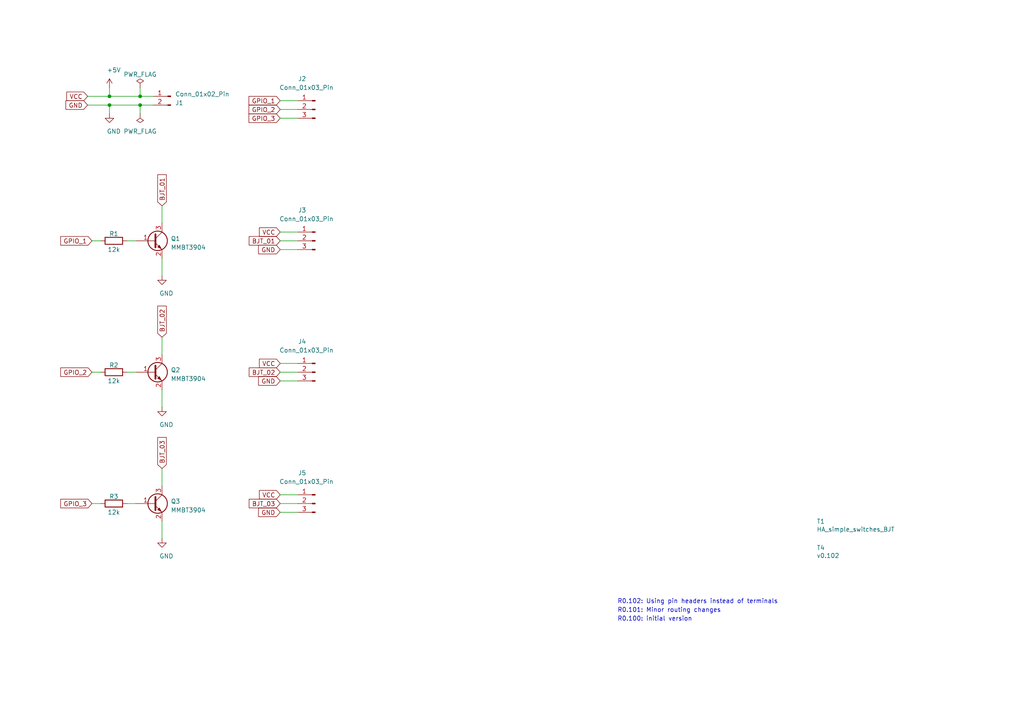
<source format=kicad_sch>
(kicad_sch (version 20221206) (generator eeschema)
  (paper "A4")
  (title_block (title "HA_simple_switches_BJT") (date "2022-09-21") (rev "0.1"))
  (lib_symbols
    (symbol "UH_HA:Conn_01x02_Pin" (pin_names (offset 1.016) hide)
      (property "Reference" "J" (at 0 2.54 0))
      (property "Value" "Conn_01x02_Pin" (at 0 -5.08 0))
      (symbol "Conn_01x02_Pin_1_1"
        (polyline (pts (xy 1.27 -2.54) (xy 0.8636 -2.54)) (stroke (width 0.1524)))
        (polyline (pts (xy 1.27 0) (xy 0.8636 0)) (stroke (width 0.1524)))
        (rectangle (start 0.8636 -2.413) (end 0 -2.667) (stroke (width 0.1524)) (fill (type outline)))
        (rectangle (start 0.8636 0.127) (end 0 -0.127) (stroke (width 0.1524)) (fill (type outline)))
        (pin passive line (at 5.08 0 180) (length 3.81) (name "Pin_1") (number "1"))
        (pin passive line (at 5.08 -2.54 180) (length 3.81) (name "Pin_2") (number "2"))
      )
    )
    (symbol "UH_HA:Conn_01x03_Pin" (pin_names (offset 1.016) hide)
      (property "Reference" "J" (at 0 5.08 0))
      (property "Value" "Conn_01x03_Pin" (at 0 -5.08 0))
      (symbol "Conn_01x03_Pin_1_1"
        (polyline (pts (xy 1.27 -2.54) (xy 0.8636 -2.54)) (stroke (width 0.1524)))
        (polyline (pts (xy 1.27 0) (xy 0.8636 0)) (stroke (width 0.1524)))
        (polyline (pts (xy 1.27 2.54) (xy 0.8636 2.54)) (stroke (width 0.1524)))
        (rectangle (start 0.8636 -2.413) (end 0 -2.667) (stroke (width 0.1524)) (fill (type outline)))
        (rectangle (start 0.8636 0.127) (end 0 -0.127) (stroke (width 0.1524)) (fill (type outline)))
        (rectangle (start 0.8636 2.667) (end 0 2.413) (stroke (width 0.1524)) (fill (type outline)))
        (pin passive line (at 5.08 2.54 180) (length 3.81) (name "Pin_1") (number "1"))
        (pin passive line (at 5.08 0 180) (length 3.81) (name "Pin_2") (number "2"))
        (pin passive line (at 5.08 -2.54 180) (length 3.81) (name "Pin_3") (number "3"))
      )
    )
    (symbol "UH_HA:MMBT3904" (pin_names (offset 0) hide)
      (property "Reference" "Q" (at 5.08 1.905 0))
      (property "Value" "MMBT3904" (at 5.08 0 0))
      (symbol "MMBT3904_0_1"
        (polyline (pts (xy 0.635 0.635) (xy 2.54 2.54)))
        (polyline (pts (xy 0.635 -0.635) (xy 2.54 -2.54) (xy 2.54 -2.54)))
        (polyline (pts (xy 0.635 1.905) (xy 0.635 -1.905) (xy 0.635 -1.905)) (stroke (width 0.508)))
        (polyline (pts (xy 1.27 -1.778) (xy 1.778 -1.27) (xy 2.286 -2.286) (xy 1.27 -1.778) (xy 1.27 -1.778)) (fill (type outline)))
        (circle (center 1.27 0) (radius 2.8194) (stroke (width 0.254)))
      )
      (symbol "MMBT3904_1_1"
        (pin input line (at -5.08 0 0) (length 5.715) (name "B") (number "1"))
        (pin passive line (at 2.54 -5.08 90) (length 2.54) (name "E") (number "2"))
        (pin passive line (at 2.54 5.08 270) (length 2.54) (name "C") (number "3"))
      )
    )
    (symbol "UH_HA:PCB_Name" (pin_numbers hide) (pin_names (offset 0) hide)
      (property "Reference" "T" (at 0 1.27 0))
      (property "Value" "PCB_Name" (at 0 -2.54 0))
    )
    (symbol "UH_HA:PCB_Version" (pin_numbers hide) (pin_names (offset 0) hide)
      (property "Reference" "T" (at 0 1.27 0))
      (property "Value" "PCB_Version" (at 0 -2.54 0))
    )
    (symbol "UH_HA:PWR_FLAG" (power) (pin_numbers hide) (pin_names (offset 0) hide)
      (property "Value" "PWR_FLAG" (at 0 3.81 0))
      (symbol "PWR_FLAG_0_0"
        (pin power_out line (at 0 0 90) (length 0) (name "pwr") (number "1"))
      )
      (symbol "PWR_FLAG_0_1"
        (polyline (pts (xy 0 0) (xy 0 1.27) (xy -1.016 1.905) (xy 0 2.54) (xy 1.016 1.905) (xy 0 1.27)))
      )
    )
    (symbol "UH_HA:R" (pin_numbers hide) (pin_names (offset 0))
      (property "Reference" "R" (at 2.032 0 90))
      (property "Value" "R" (at 0 0 90))
      (symbol "R_0_1"
        (rectangle (start -1.016 -2.54) (end 1.016 2.54) (stroke (width 0.254)))
      )
      (symbol "R_1_1"
        (pin passive line (at 0 3.81 270) (length 1.27) (name "~") (number "1"))
        (pin passive line (at 0 -3.81 90) (length 1.27) (name "~") (number "2"))
      )
    )
    (symbol "power:+5V" (power) (pin_names (offset 0))
      (property "Value" "+5V" (at 0 3.556 0))
      (symbol "+5V_0_1"
        (polyline (pts (xy -0.762 1.27) (xy 0 2.54)))
        (polyline (pts (xy 0 0) (xy 0 2.54)))
        (polyline (pts (xy 0 2.54) (xy 0.762 1.27)))
      )
      (symbol "+5V_1_1"
        (pin power_in line (at 0 0 90) (length 0) hide (name "+5V") (number "1"))
      )
    )
    (symbol "power:GND" (power) (pin_names (offset 0))
      (property "Value" "GND" (at 0 -3.81 0))
      (symbol "GND_0_1"
        (polyline (pts (xy 0 0) (xy 0 -1.27) (xy 1.27 -1.27) (xy 0 -2.54) (xy -1.27 -1.27) (xy 0 -1.27)))
      )
      (symbol "GND_1_1"
        (pin power_in line (at 0 0 270) (length 0) hide (name "GND") (number "1"))
      )
    )
  )
  (junction (at 40.64 30.48))
  (junction (at 31.75 27.94) (diameter 0.9144))
  (junction (at 40.64 27.94))
  (junction (at 31.75 30.48) (diameter 0.9144))
  (wire (pts (xy 31.75 27.94) (xy 40.64 27.94)))
  (wire (pts (xy 26.67 146.05) (xy 29.21 146.05)))
  (wire (pts (xy 31.75 30.48) (xy 31.75 33.02)))
  (wire (pts (xy 46.99 74.93) (xy 46.99 80.01)))
  (wire (pts (xy 81.28 107.95) (xy 86.36 107.95)))
  (wire (pts (xy 46.99 59.69) (xy 46.99 64.77)))
  (wire (pts (xy 36.83 69.85) (xy 39.37 69.85)))
  (wire (pts (xy 40.64 30.48) (xy 44.45 30.48)))
  (wire (pts (xy 26.67 69.85) (xy 29.21 69.85)))
  (wire (pts (xy 25.4 27.94) (xy 31.75 27.94)))
  (wire (pts (xy 31.75 30.48) (xy 40.64 30.48)))
  (wire (pts (xy 46.99 113.03) (xy 46.99 118.11)))
  (wire (pts (xy 46.99 97.79) (xy 46.99 102.87)))
  (wire (pts (xy 81.28 67.31) (xy 86.36 67.31)))
  (wire (pts (xy 81.28 148.59) (xy 86.36 148.59)))
  (wire (pts (xy 46.99 135.89) (xy 46.99 140.97)))
  (wire (pts (xy 36.83 146.05) (xy 39.37 146.05)))
  (wire (pts (xy 81.28 72.39) (xy 86.36 72.39)))
  (wire (pts (xy 81.28 29.21) (xy 86.36 29.21)))
  (wire (pts (xy 40.64 30.48) (xy 40.64 33.02)))
  (wire (pts (xy 81.28 146.05) (xy 86.36 146.05)))
  (wire (pts (xy 81.28 34.29) (xy 86.36 34.29)))
  (wire (pts (xy 81.28 143.51) (xy 86.36 143.51)))
  (wire (pts (xy 25.4 30.48) (xy 31.75 30.48)))
  (wire (pts (xy 46.99 151.13) (xy 46.99 156.21)))
  (wire (pts (xy 31.75 25.4) (xy 31.75 27.94)))
  (wire (pts (xy 26.67 107.95) (xy 29.21 107.95)))
  (wire (pts (xy 36.83 107.95) (xy 39.37 107.95)))
  (wire (pts (xy 81.28 110.49) (xy 86.36 110.49)))
  (wire (pts (xy 40.64 27.94) (xy 44.45 27.94)))
  (wire (pts (xy 81.28 31.75) (xy 86.36 31.75)))
  (wire (pts (xy 81.28 105.41) (xy 86.36 105.41)))
  (wire (pts (xy 40.64 27.94) (xy 40.64 25.4)))
  (wire (pts (xy 81.28 69.85) (xy 86.36 69.85)))
  (text "R0.102: Using pin headers instead of terminals" (at 179.07 175.26 0) (effects (font (size 1.27 1.27)) (justify left bottom)))
  (text "R0.100: initial version" (at 179.07 180.34 0) (effects (font (size 1.27 1.27)) (justify left bottom)))
  (text "R0.101: Minor routing changes" (at 179.07 177.8 0) (effects (font (size 1.27 1.27)) (justify left bottom)))
  (global_label "VCC" (shape input) (at 25.4 27.94 180) (property "Intersheetrefs" "${INTERSHEET_REFS}" (effects hide)))
  (global_label "GND" (shape input) (at 25.4 30.48 180) (property "Intersheetrefs" "${INTERSHEET_REFS}" (effects hide)))
  (global_label "GPIO_1" (shape input) (at 26.67 69.85 180) (property "Intersheetrefs" "${INTERSHEET_REFS}" (effects hide)))
  (global_label "GPIO_1" (shape input) (at 81.28 29.21 180) (property "Intersheetrefs" "${INTERSHEET_REFS}" (effects hide)))
  (global_label "BJT_02" (shape input) (at 46.99 97.79 90) (property "Intersheetrefs" "${INTERSHEET_REFS}" (effects hide)))
  (global_label "BJT_03" (shape input) (at 81.28 146.05 180) (property "Intersheetrefs" "${INTERSHEET_REFS}" (effects hide)))
  (global_label "GPIO_2" (shape input) (at 26.67 107.95 180) (property "Intersheetrefs" "${INTERSHEET_REFS}" (effects hide)))
  (global_label "GND" (shape input) (at 81.28 148.59 180) (property "Intersheetrefs" "${INTERSHEET_REFS}" (effects hide)))
  (global_label "BJT_01" (shape input) (at 81.28 69.85 180) (property "Intersheetrefs" "${INTERSHEET_REFS}" (effects hide)))
  (global_label "BJT_02" (shape input) (at 81.28 107.95 180) (property "Intersheetrefs" "${INTERSHEET_REFS}" (effects hide)))
  (global_label "VCC" (shape input) (at 81.28 105.41 180) (property "Intersheetrefs" "${INTERSHEET_REFS}" (effects hide)))
  (global_label "VCC" (shape input) (at 81.28 67.31 180) (property "Intersheetrefs" "${INTERSHEET_REFS}" (effects hide)))
  (global_label "BJT_03" (shape input) (at 46.99 135.89 90) (property "Intersheetrefs" "${INTERSHEET_REFS}" (effects hide)))
  (global_label "VCC" (shape input) (at 81.28 143.51 180) (property "Intersheetrefs" "${INTERSHEET_REFS}" (effects hide)))
  (global_label "GND" (shape input) (at 81.28 110.49 180) (property "Intersheetrefs" "${INTERSHEET_REFS}" (effects hide)))
  (global_label "GND" (shape input) (at 81.28 72.39 180) (property "Intersheetrefs" "${INTERSHEET_REFS}" (effects hide)))
  (global_label "GPIO_3" (shape input) (at 26.67 146.05 180) (property "Intersheetrefs" "${INTERSHEET_REFS}" (effects hide)))
  (global_label "BJT_01" (shape input) (at 46.99 59.69 90) (property "Intersheetrefs" "${INTERSHEET_REFS}" (effects hide)))
  (global_label "GPIO_3" (shape input) (at 81.28 34.29 180) (property "Intersheetrefs" "${INTERSHEET_REFS}" (effects hide)))
  (global_label "GPIO_2" (shape input) (at 81.28 31.75 180) (property "Intersheetrefs" "${INTERSHEET_REFS}" (effects hide)))
  (symbol (lib_id "power:GND") (at 31.75 33.02 0) (unit 1)
    (property "Reference" "#PWR02" (effects hide))
    (property "Value" "GND" (at 33.02 38.1 0))
  )
  (symbol (lib_id "UH_HA:R") (at 33.02 107.95 90) (unit 1)
    (property "Reference" "R2" (at 33.02 105.918 90))
    (property "Value" "12k" (at 33.02 110.49 90))
    (property "Footprint" "Resistor_SMD:R_0805_2012Metric_Pad1.20x1.40mm_HandSolder" (effects hide))
  )
  (symbol (lib_id "UH_HA:PCB_Version") (at 236.22 160.02 0) (unit 1)
    (property "Reference" "T4" (at 236.855 158.877 0) (effects (justify left)))
    (property "Value" "v0.102" (at 236.855 161.163 0) (effects (justify left)))
    (property "Footprint" "UH_HA:PCB_Version" (effects hide))
  )
  (symbol (lib_id "UH_HA:PWR_FLAG") (at 40.64 25.4 0) (unit 1)
    (property "Reference" "#FLG01" (effects hide))
    (property "Value" "PWR_FLAG" (at 40.64 21.59 0))
  )
  (symbol (lib_id "UH_HA:Conn_01x03_Pin") (at 91.44 69.85 0) (mirror y) (unit 1)
    (property "Reference" "J3" (at 87.63 60.96 0))
    (property "Value" "Conn_01x03_Pin" (at 88.9 63.5 0))
    (property "Footprint" "Connector_PinHeader_2.54mm:PinHeader_1x03_P2.54mm_Vertical" (effects hide))
  )
  (symbol (lib_id "power:GND") (at 46.99 118.11 0) (unit 1)
    (property "Reference" "#PWR0102" (effects hide))
    (property "Value" "GND" (at 48.26 123.19 0))
  )
  (symbol (lib_id "UH_HA:MMBT3904") (at 44.45 146.05 0) (unit 1)
    (property "Reference" "Q3" (at 49.53 145.4149 0) (effects (justify left)))
    (property "Value" "MMBT3904" (at 49.53 147.9549 0) (effects (justify left)))
    (property "Footprint" "UH_HA:SOT-23" (effects hide))
    (property "Datasheet" "file:///home/uwe/Git/UH/MyKiCADRep/data_sheets/2N3904-MMBT3904-PZT3904.pdf" (effects hide))
  )
  (symbol (lib_id "UH_HA:Conn_01x03_Pin") (at 91.44 146.05 0) (mirror y) (unit 1)
    (property "Reference" "J5" (at 87.63 137.16 0))
    (property "Value" "Conn_01x03_Pin" (at 88.9 139.7 0))
    (property "Footprint" "Connector_PinHeader_2.54mm:PinHeader_1x03_P2.54mm_Vertical" (effects hide))
  )
  (symbol (lib_id "UH_HA:PWR_FLAG") (at 40.64 33.02 180) (unit 1)
    (property "Reference" "#FLG02" (effects hide))
    (property "Value" "PWR_FLAG" (at 40.64 38.1 0))
  )
  (symbol (lib_id "power:+5V") (at 31.75 25.4 0) (unit 1)
    (property "Reference" "#PWR01" (effects hide))
    (property "Value" "+5V" (at 33.02 20.32 0))
  )
  (symbol (lib_id "UH_HA:R") (at 33.02 69.85 90) (unit 1)
    (property "Reference" "R1" (at 33.02 67.818 90))
    (property "Value" "12k" (at 33.02 72.39 90))
    (property "Footprint" "Resistor_SMD:R_0805_2012Metric_Pad1.20x1.40mm_HandSolder" (effects hide))
  )
  (symbol (lib_id "UH_HA:Conn_01x03_Pin") (at 91.44 107.95 0) (mirror y) (unit 1)
    (property "Reference" "J4" (at 87.63 99.06 0))
    (property "Value" "Conn_01x03_Pin" (at 88.9 101.6 0))
    (property "Footprint" "Connector_PinHeader_2.54mm:PinHeader_1x03_P2.54mm_Vertical" (effects hide))
  )
  (symbol (lib_id "UH_HA:Conn_01x03_Pin") (at 91.44 31.75 0) (mirror y) (unit 1)
    (property "Reference" "J2" (at 87.63 22.86 0))
    (property "Value" "Conn_01x03_Pin" (at 88.9 25.4 0))
    (property "Footprint" "Connector_PinHeader_2.54mm:PinHeader_1x03_P2.54mm_Vertical" (effects hide))
  )
  (symbol (lib_id "power:GND") (at 46.99 80.01 0) (unit 1)
    (property "Reference" "#PWR04" (effects hide))
    (property "Value" "GND" (at 48.26 85.09 0))
  )
  (symbol (lib_id "power:GND") (at 46.99 156.21 0) (unit 1)
    (property "Reference" "#PWR0101" (effects hide))
    (property "Value" "GND" (at 48.26 161.29 0))
  )
  (symbol (lib_id "UH_HA:Conn_01x02_Pin") (at 49.53 27.94 0) (mirror y) (unit 1)
    (property "Reference" "J1" (at 50.8 29.845 0) (effects (justify right)))
    (property "Value" "Conn_01x02_Pin" (at 50.8 27.305 0) (effects (justify right)))
    (property "Footprint" "Connector_PinHeader_2.54mm:PinHeader_1x02_P2.54mm_Vertical" (effects hide))
  )
  (symbol (lib_id "UH_HA:MMBT3904") (at 44.45 69.85 0) (unit 1)
    (property "Reference" "Q1" (at 49.53 69.2149 0) (effects (justify left)))
    (property "Value" "MMBT3904" (at 49.53 71.7549 0) (effects (justify left)))
    (property "Footprint" "UH_HA:SOT-23" (effects hide))
    (property "Datasheet" "file:///home/uwe/Git/UH/MyKiCADRep/data_sheets/2N3904-MMBT3904-PZT3904.pdf" (effects hide))
  )
  (symbol (lib_id "UH_HA:MMBT3904") (at 44.45 107.95 0) (unit 1)
    (property "Reference" "Q2" (at 49.53 107.3149 0) (effects (justify left)))
    (property "Value" "MMBT3904" (at 49.53 109.8549 0) (effects (justify left)))
    (property "Footprint" "UH_HA:SOT-23" (effects hide))
    (property "Datasheet" "file:///home/uwe/Git/UH/MyKiCADRep/data_sheets/2N3904-MMBT3904-PZT3904.pdf" (effects hide))
  )
  (symbol (lib_id "UH_HA:PCB_Name") (at 236.22 152.4 0) (unit 1)
    (property "Reference" "T1" (at 236.855 151.2316 0) (effects (justify left)))
    (property "Value" "HA_simple_switches_BJT" (at 236.855 153.543 0) (effects (font (size 1.25 1.25)) (justify left)))
    (property "Footprint" "UH_HA:PCB_Name" (effects hide))
  )
  (symbol (lib_id "UH_HA:R") (at 33.02 146.05 90) (unit 1)
    (property "Reference" "R3" (at 33.02 144.018 90))
    (property "Value" "12k" (at 33.02 148.59 90))
    (property "Footprint" "Resistor_SMD:R_0805_2012Metric_Pad1.20x1.40mm_HandSolder" (effects hide))
  )
)
</source>
